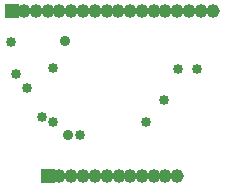
<source format=gbs>
G04*
G04 #@! TF.GenerationSoftware,Altium Limited,Altium Designer,20.0.14 (345)*
G04*
G04 Layer_Color=16711935*
%FSLAX43Y43*%
%MOMM*%
G71*
G01*
G75*
%ADD26C,1.150*%
%ADD27R,1.150X1.150*%
%ADD28C,0.850*%
%ADD29C,0.900*%
D26*
X12781Y910D02*
D03*
X11781D02*
D03*
X10781D02*
D03*
X9781D02*
D03*
X8781D02*
D03*
X7781D02*
D03*
X6781D02*
D03*
X5781D02*
D03*
X4781D02*
D03*
X14758D02*
D03*
X13758D02*
D03*
X9775Y14859D02*
D03*
X8775D02*
D03*
X7775D02*
D03*
X6775D02*
D03*
X5775D02*
D03*
X4775D02*
D03*
X3775D02*
D03*
X2775D02*
D03*
X1775D02*
D03*
X11752D02*
D03*
X10752D02*
D03*
X12752D02*
D03*
X13752D02*
D03*
X14752D02*
D03*
X15752D02*
D03*
X16764D02*
D03*
X17764D02*
D03*
D27*
X3781Y910D02*
D03*
X775Y14859D02*
D03*
D28*
X4191Y5461D02*
D03*
X13666Y7289D02*
D03*
X4252Y10069D02*
D03*
X675Y12192D02*
D03*
X2069Y8345D02*
D03*
X1135Y9517D02*
D03*
X3302Y5842D02*
D03*
X16383Y9906D02*
D03*
X14799Y9988D02*
D03*
X6477Y4318D02*
D03*
X12107Y5467D02*
D03*
D29*
X5207Y12319D02*
D03*
X5461Y4318D02*
D03*
M02*

</source>
